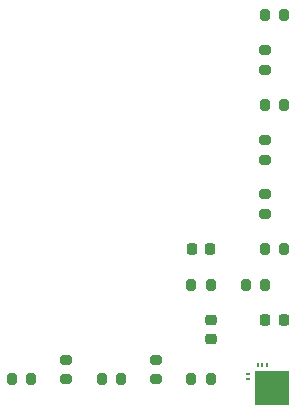
<source format=gbr>
%TF.GenerationSoftware,KiCad,Pcbnew,7.0.6*%
%TF.CreationDate,2023-07-22T11:20:37-03:00*%
%TF.ProjectId,MiniAsic_2020,4d696e69-4173-4696-935f-323032302e6b,rev?*%
%TF.SameCoordinates,Original*%
%TF.FileFunction,Paste,Top*%
%TF.FilePolarity,Positive*%
%FSLAX46Y46*%
G04 Gerber Fmt 4.6, Leading zero omitted, Abs format (unit mm)*
G04 Created by KiCad (PCBNEW 7.0.6) date 2023-07-22 11:20:37*
%MOMM*%
%LPD*%
G01*
G04 APERTURE LIST*
G04 Aperture macros list*
%AMRoundRect*
0 Rectangle with rounded corners*
0 $1 Rounding radius*
0 $2 $3 $4 $5 $6 $7 $8 $9 X,Y pos of 4 corners*
0 Add a 4 corners polygon primitive as box body*
4,1,4,$2,$3,$4,$5,$6,$7,$8,$9,$2,$3,0*
0 Add four circle primitives for the rounded corners*
1,1,$1+$1,$2,$3*
1,1,$1+$1,$4,$5*
1,1,$1+$1,$6,$7*
1,1,$1+$1,$8,$9*
0 Add four rect primitives between the rounded corners*
20,1,$1+$1,$2,$3,$4,$5,0*
20,1,$1+$1,$4,$5,$6,$7,0*
20,1,$1+$1,$6,$7,$8,$9,0*
20,1,$1+$1,$8,$9,$2,$3,0*%
G04 Aperture macros list end*
%ADD10RoundRect,0.225000X0.225000X0.250000X-0.225000X0.250000X-0.225000X-0.250000X0.225000X-0.250000X0*%
%ADD11RoundRect,0.200000X0.200000X0.275000X-0.200000X0.275000X-0.200000X-0.275000X0.200000X-0.275000X0*%
%ADD12R,0.300000X0.200000*%
%ADD13R,0.200000X0.300000*%
%ADD14R,3.000000X3.000000*%
%ADD15RoundRect,0.225000X-0.250000X0.225000X-0.250000X-0.225000X0.250000X-0.225000X0.250000X0.225000X0*%
%ADD16RoundRect,0.200000X-0.275000X0.200000X-0.275000X-0.200000X0.275000X-0.200000X0.275000X0.200000X0*%
%ADD17RoundRect,0.200000X0.275000X-0.200000X0.275000X0.200000X-0.275000X0.200000X-0.275000X-0.200000X0*%
%ADD18RoundRect,0.200000X-0.200000X-0.275000X0.200000X-0.275000X0.200000X0.275000X-0.200000X0.275000X0*%
%ADD19RoundRect,0.218750X0.218750X0.256250X-0.218750X0.256250X-0.218750X-0.256250X0.218750X-0.256250X0*%
G04 APERTURE END LIST*
D10*
%TO.C,C2*%
X151275000Y-94300000D03*
X149725000Y-94300000D03*
%TD*%
D11*
%TO.C,R1*%
X155925000Y-97300000D03*
X154275000Y-97300000D03*
%TD*%
D12*
%TO.C,U1*%
X154500000Y-104892500D03*
X154500000Y-105292500D03*
D13*
X155300000Y-104092500D03*
X155700000Y-104092500D03*
X156100000Y-104092500D03*
D14*
X156500000Y-106092500D03*
%TD*%
D11*
%TO.C,Z12*%
X157525000Y-74500000D03*
X155875000Y-74500000D03*
%TD*%
D15*
%TO.C,C1*%
X151300000Y-100325000D03*
X151300000Y-101875000D03*
%TD*%
D16*
%TO.C,Z8*%
X155900000Y-89675000D03*
X155900000Y-91325000D03*
%TD*%
D17*
%TO.C,Z2*%
X139100000Y-105325000D03*
X139100000Y-103675000D03*
%TD*%
D16*
%TO.C,Z11*%
X155900000Y-77475000D03*
X155900000Y-79125000D03*
%TD*%
D11*
%TO.C,Z7*%
X157525000Y-94300000D03*
X155875000Y-94300000D03*
%TD*%
D18*
%TO.C,Z3*%
X142075000Y-105300000D03*
X143725000Y-105300000D03*
%TD*%
%TO.C,Z1*%
X134475000Y-105300000D03*
X136125000Y-105300000D03*
%TD*%
D19*
%TO.C,L1*%
X157487500Y-100300000D03*
X155912500Y-100300000D03*
%TD*%
D16*
%TO.C,Z9*%
X155900000Y-85075000D03*
X155900000Y-86725000D03*
%TD*%
D11*
%TO.C,R2*%
X151325000Y-97300000D03*
X149675000Y-97300000D03*
%TD*%
D18*
%TO.C,Z5*%
X149675000Y-105300000D03*
X151325000Y-105300000D03*
%TD*%
D17*
%TO.C,Z4*%
X146700000Y-105325000D03*
X146700000Y-103675000D03*
%TD*%
D11*
%TO.C,Z10*%
X157525000Y-82100000D03*
X155875000Y-82100000D03*
%TD*%
M02*

</source>
